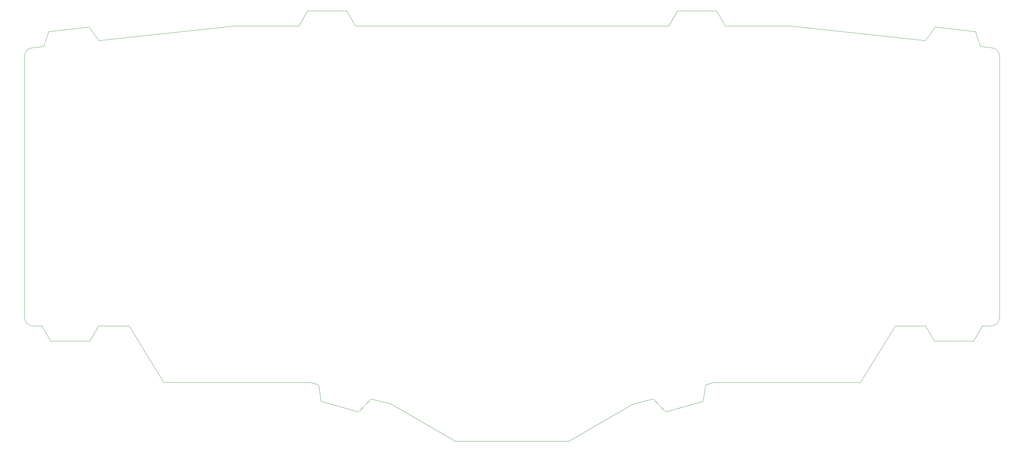
<source format=gbr>
G04 #@! TF.GenerationSoftware,KiCad,Pcbnew,(5.1.4-0)*
G04 #@! TF.CreationDate,2021-11-04T11:38:30-05:00*
G04 #@! TF.ProjectId,bottom_plate,626f7474-6f6d-45f7-906c-6174652e6b69,rev?*
G04 #@! TF.SameCoordinates,Original*
G04 #@! TF.FileFunction,Profile,NP*
%FSLAX46Y46*%
G04 Gerber Fmt 4.6, Leading zero omitted, Abs format (unit mm)*
G04 Created by KiCad (PCBNEW (5.1.4-0)) date 2021-11-04 11:38:30*
%MOMM*%
%LPD*%
G04 APERTURE LIST*
%ADD10C,0.050000*%
G04 APERTURE END LIST*
D10*
X313365932Y-75306404D02*
X310665932Y-79006404D01*
X324365932Y-76506404D02*
X313365932Y-75306404D01*
X310665932Y-79006404D02*
X273844262Y-75009550D01*
X325765932Y-80606404D02*
X328614062Y-80962680D01*
X324365932Y-76506404D02*
X325765932Y-80606404D01*
X70923410Y-76506460D02*
X69523410Y-80606460D01*
X81923410Y-75306460D02*
X84623410Y-79006460D01*
X70923410Y-76506460D02*
X81923410Y-75306460D01*
X236223410Y-177106460D02*
X239650146Y-180709692D01*
X239650146Y-180709692D02*
X249850146Y-177809692D01*
X249850146Y-177809692D02*
X250550146Y-173309692D01*
X250550146Y-173309692D02*
X252711222Y-172641370D01*
X236223410Y-177106460D02*
X230684678Y-178593852D01*
X144723410Y-173306460D02*
X142579066Y-172640732D01*
X145423410Y-177806460D02*
X144723410Y-173306460D01*
X155623410Y-180706460D02*
X145423410Y-177806460D01*
X159050146Y-177103228D02*
X155623410Y-180706460D01*
X69058034Y-157162620D02*
X71439282Y-161329804D01*
X82154898Y-161329804D02*
X84536146Y-157162620D01*
X71439282Y-161329804D02*
X82154898Y-161329804D01*
X154782962Y-75009564D02*
X152401714Y-70842380D01*
X141686098Y-70842380D02*
X139304850Y-75009564D01*
X152401714Y-70842380D02*
X141686098Y-70842380D01*
X255986002Y-75009564D02*
X253604754Y-70842380D01*
X242889138Y-70842380D02*
X240507890Y-75009564D01*
X253604754Y-70842380D02*
X242889138Y-70842380D01*
X323851570Y-161329804D02*
X326232818Y-157162620D01*
X313135954Y-161329804D02*
X323851570Y-161329804D01*
X310754706Y-157162620D02*
X313135954Y-161329804D01*
X292896116Y-172641350D02*
X302420020Y-157163160D01*
X310754706Y-157162620D02*
X302420020Y-157163160D01*
X213123282Y-188714389D02*
X230684678Y-178593852D01*
X252711222Y-172640732D02*
X292895346Y-172640732D01*
X64294028Y-83343988D02*
G75*
G02X66675280Y-80962736I2381252J0D01*
G01*
X69523410Y-80606460D02*
X66675280Y-80962736D01*
X142579066Y-172640732D02*
X102394180Y-172641350D01*
X182167006Y-188714389D02*
X164605610Y-178593852D01*
X159050146Y-177103228D02*
X164605610Y-178593852D01*
X139304850Y-75009606D02*
X121445080Y-75009606D01*
X255986002Y-75009564D02*
X273845216Y-75009606D01*
X84536146Y-157162800D02*
X92869140Y-157163160D01*
X69058034Y-157162620D02*
X66675280Y-157163160D01*
X102394180Y-172641350D02*
X92869140Y-157163160D01*
X66675280Y-157163160D02*
G75*
G02X64294028Y-154781908I0J2381252D01*
G01*
X328614012Y-80962736D02*
G75*
G02X330995264Y-83343988I0J-2381252D01*
G01*
X330995288Y-154781484D02*
G75*
G02X328614036Y-157162736I-2381252J0D01*
G01*
X213123282Y-188714389D02*
X182167006Y-188714156D01*
X328614036Y-157162736D02*
X326232818Y-157162800D01*
X154782962Y-75009564D02*
X240507890Y-75009606D01*
X84623410Y-79006460D02*
X121445080Y-75009606D01*
X330995288Y-154781484D02*
X330995264Y-83343988D01*
X64294028Y-83343988D02*
X64294020Y-154781900D01*
M02*

</source>
